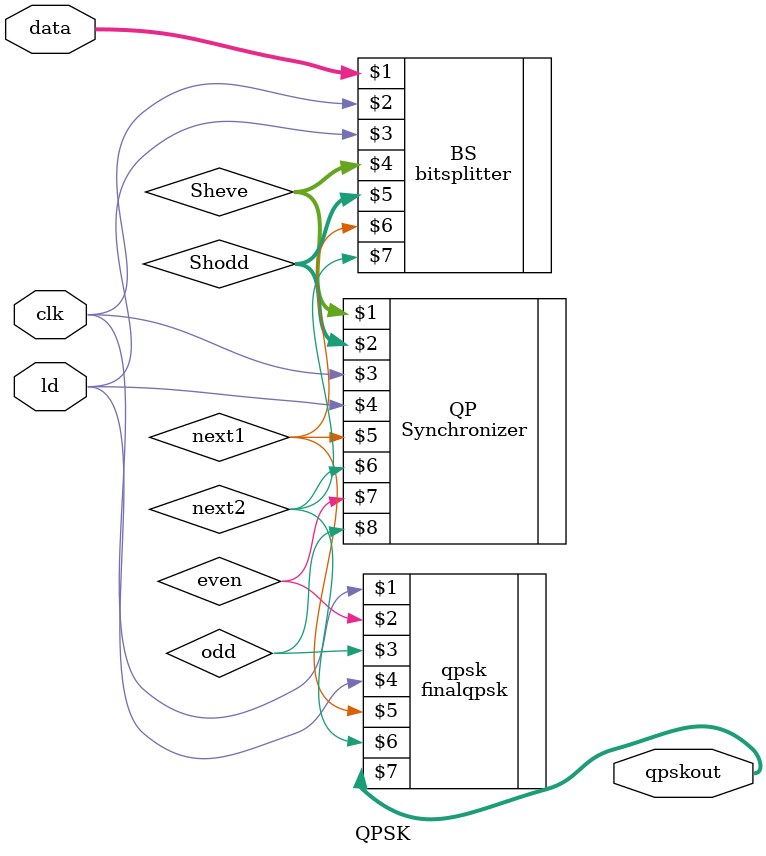
<source format=v>
module QPSK(
    input [7:0]data,
    input clk,ld,
    output [7:0]qpskout
    );
    wire [3:0]Sheve,Shodd;
    wire even,odd;
    bitsplitter BS(data,clk,ld,Sheve,Shodd,next1,next2);
    Synchronizer QP(Sheve,Shodd,clk,ld,next1,next2,even,odd);
    finalqpsk qpsk(clk,even,odd,ld,next1,next2,qpskout); 
endmodule

</source>
